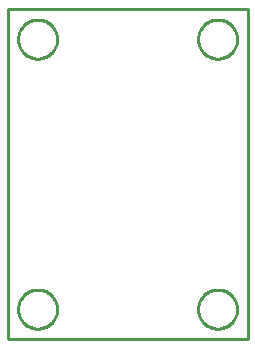
<source format=gbr>
G04 EAGLE Gerber RS-274X export*
G75*
%MOMM*%
%FSLAX34Y34*%
%LPD*%
%IN*%
%IPPOS*%
%AMOC8*
5,1,8,0,0,1.08239X$1,22.5*%
G01*
%ADD10C,0.254000*%


D10*
X0Y0D02*
X203200Y0D01*
X203200Y279400D01*
X0Y279400D01*
X0Y0D01*
X41910Y24860D02*
X41839Y23781D01*
X41698Y22709D01*
X41487Y21649D01*
X41208Y20605D01*
X40860Y19581D01*
X40446Y18583D01*
X39968Y17613D01*
X39428Y16677D01*
X38827Y15778D01*
X38169Y14921D01*
X37457Y14108D01*
X36692Y13344D01*
X35879Y12631D01*
X35022Y11973D01*
X34123Y11372D01*
X33187Y10832D01*
X32217Y10354D01*
X31219Y9940D01*
X30195Y9592D01*
X29151Y9313D01*
X28091Y9102D01*
X27019Y8961D01*
X25940Y8890D01*
X24860Y8890D01*
X23781Y8961D01*
X22709Y9102D01*
X21649Y9313D01*
X20605Y9592D01*
X19581Y9940D01*
X18583Y10354D01*
X17613Y10832D01*
X16677Y11372D01*
X15778Y11973D01*
X14921Y12631D01*
X14108Y13344D01*
X13344Y14108D01*
X12631Y14921D01*
X11973Y15778D01*
X11372Y16677D01*
X10832Y17613D01*
X10354Y18583D01*
X9940Y19581D01*
X9592Y20605D01*
X9313Y21649D01*
X9102Y22709D01*
X8961Y23781D01*
X8890Y24860D01*
X8890Y25940D01*
X8961Y27019D01*
X9102Y28091D01*
X9313Y29151D01*
X9592Y30195D01*
X9940Y31219D01*
X10354Y32217D01*
X10832Y33187D01*
X11372Y34123D01*
X11973Y35022D01*
X12631Y35879D01*
X13344Y36692D01*
X14108Y37457D01*
X14921Y38169D01*
X15778Y38827D01*
X16677Y39428D01*
X17613Y39968D01*
X18583Y40446D01*
X19581Y40860D01*
X20605Y41208D01*
X21649Y41487D01*
X22709Y41698D01*
X23781Y41839D01*
X24860Y41910D01*
X25940Y41910D01*
X27019Y41839D01*
X28091Y41698D01*
X29151Y41487D01*
X30195Y41208D01*
X31219Y40860D01*
X32217Y40446D01*
X33187Y39968D01*
X34123Y39428D01*
X35022Y38827D01*
X35879Y38169D01*
X36692Y37457D01*
X37457Y36692D01*
X38169Y35879D01*
X38827Y35022D01*
X39428Y34123D01*
X39968Y33187D01*
X40446Y32217D01*
X40860Y31219D01*
X41208Y30195D01*
X41487Y29151D01*
X41698Y28091D01*
X41839Y27019D01*
X41910Y25940D01*
X41910Y24860D01*
X41910Y253460D02*
X41839Y252381D01*
X41698Y251309D01*
X41487Y250249D01*
X41208Y249205D01*
X40860Y248181D01*
X40446Y247183D01*
X39968Y246213D01*
X39428Y245277D01*
X38827Y244378D01*
X38169Y243521D01*
X37457Y242708D01*
X36692Y241944D01*
X35879Y241231D01*
X35022Y240573D01*
X34123Y239972D01*
X33187Y239432D01*
X32217Y238954D01*
X31219Y238540D01*
X30195Y238192D01*
X29151Y237913D01*
X28091Y237702D01*
X27019Y237561D01*
X25940Y237490D01*
X24860Y237490D01*
X23781Y237561D01*
X22709Y237702D01*
X21649Y237913D01*
X20605Y238192D01*
X19581Y238540D01*
X18583Y238954D01*
X17613Y239432D01*
X16677Y239972D01*
X15778Y240573D01*
X14921Y241231D01*
X14108Y241944D01*
X13344Y242708D01*
X12631Y243521D01*
X11973Y244378D01*
X11372Y245277D01*
X10832Y246213D01*
X10354Y247183D01*
X9940Y248181D01*
X9592Y249205D01*
X9313Y250249D01*
X9102Y251309D01*
X8961Y252381D01*
X8890Y253460D01*
X8890Y254540D01*
X8961Y255619D01*
X9102Y256691D01*
X9313Y257751D01*
X9592Y258795D01*
X9940Y259819D01*
X10354Y260817D01*
X10832Y261787D01*
X11372Y262723D01*
X11973Y263622D01*
X12631Y264479D01*
X13344Y265292D01*
X14108Y266057D01*
X14921Y266769D01*
X15778Y267427D01*
X16677Y268028D01*
X17613Y268568D01*
X18583Y269046D01*
X19581Y269460D01*
X20605Y269808D01*
X21649Y270087D01*
X22709Y270298D01*
X23781Y270439D01*
X24860Y270510D01*
X25940Y270510D01*
X27019Y270439D01*
X28091Y270298D01*
X29151Y270087D01*
X30195Y269808D01*
X31219Y269460D01*
X32217Y269046D01*
X33187Y268568D01*
X34123Y268028D01*
X35022Y267427D01*
X35879Y266769D01*
X36692Y266057D01*
X37457Y265292D01*
X38169Y264479D01*
X38827Y263622D01*
X39428Y262723D01*
X39968Y261787D01*
X40446Y260817D01*
X40860Y259819D01*
X41208Y258795D01*
X41487Y257751D01*
X41698Y256691D01*
X41839Y255619D01*
X41910Y254540D01*
X41910Y253460D01*
X194310Y24860D02*
X194239Y23781D01*
X194098Y22709D01*
X193887Y21649D01*
X193608Y20605D01*
X193260Y19581D01*
X192846Y18583D01*
X192368Y17613D01*
X191828Y16677D01*
X191227Y15778D01*
X190569Y14921D01*
X189857Y14108D01*
X189092Y13344D01*
X188279Y12631D01*
X187422Y11973D01*
X186523Y11372D01*
X185587Y10832D01*
X184617Y10354D01*
X183619Y9940D01*
X182595Y9592D01*
X181551Y9313D01*
X180491Y9102D01*
X179419Y8961D01*
X178340Y8890D01*
X177260Y8890D01*
X176181Y8961D01*
X175109Y9102D01*
X174049Y9313D01*
X173005Y9592D01*
X171981Y9940D01*
X170983Y10354D01*
X170013Y10832D01*
X169077Y11372D01*
X168178Y11973D01*
X167321Y12631D01*
X166508Y13344D01*
X165744Y14108D01*
X165031Y14921D01*
X164373Y15778D01*
X163772Y16677D01*
X163232Y17613D01*
X162754Y18583D01*
X162340Y19581D01*
X161992Y20605D01*
X161713Y21649D01*
X161502Y22709D01*
X161361Y23781D01*
X161290Y24860D01*
X161290Y25940D01*
X161361Y27019D01*
X161502Y28091D01*
X161713Y29151D01*
X161992Y30195D01*
X162340Y31219D01*
X162754Y32217D01*
X163232Y33187D01*
X163772Y34123D01*
X164373Y35022D01*
X165031Y35879D01*
X165744Y36692D01*
X166508Y37457D01*
X167321Y38169D01*
X168178Y38827D01*
X169077Y39428D01*
X170013Y39968D01*
X170983Y40446D01*
X171981Y40860D01*
X173005Y41208D01*
X174049Y41487D01*
X175109Y41698D01*
X176181Y41839D01*
X177260Y41910D01*
X178340Y41910D01*
X179419Y41839D01*
X180491Y41698D01*
X181551Y41487D01*
X182595Y41208D01*
X183619Y40860D01*
X184617Y40446D01*
X185587Y39968D01*
X186523Y39428D01*
X187422Y38827D01*
X188279Y38169D01*
X189092Y37457D01*
X189857Y36692D01*
X190569Y35879D01*
X191227Y35022D01*
X191828Y34123D01*
X192368Y33187D01*
X192846Y32217D01*
X193260Y31219D01*
X193608Y30195D01*
X193887Y29151D01*
X194098Y28091D01*
X194239Y27019D01*
X194310Y25940D01*
X194310Y24860D01*
X194310Y253460D02*
X194239Y252381D01*
X194098Y251309D01*
X193887Y250249D01*
X193608Y249205D01*
X193260Y248181D01*
X192846Y247183D01*
X192368Y246213D01*
X191828Y245277D01*
X191227Y244378D01*
X190569Y243521D01*
X189857Y242708D01*
X189092Y241944D01*
X188279Y241231D01*
X187422Y240573D01*
X186523Y239972D01*
X185587Y239432D01*
X184617Y238954D01*
X183619Y238540D01*
X182595Y238192D01*
X181551Y237913D01*
X180491Y237702D01*
X179419Y237561D01*
X178340Y237490D01*
X177260Y237490D01*
X176181Y237561D01*
X175109Y237702D01*
X174049Y237913D01*
X173005Y238192D01*
X171981Y238540D01*
X170983Y238954D01*
X170013Y239432D01*
X169077Y239972D01*
X168178Y240573D01*
X167321Y241231D01*
X166508Y241944D01*
X165744Y242708D01*
X165031Y243521D01*
X164373Y244378D01*
X163772Y245277D01*
X163232Y246213D01*
X162754Y247183D01*
X162340Y248181D01*
X161992Y249205D01*
X161713Y250249D01*
X161502Y251309D01*
X161361Y252381D01*
X161290Y253460D01*
X161290Y254540D01*
X161361Y255619D01*
X161502Y256691D01*
X161713Y257751D01*
X161992Y258795D01*
X162340Y259819D01*
X162754Y260817D01*
X163232Y261787D01*
X163772Y262723D01*
X164373Y263622D01*
X165031Y264479D01*
X165744Y265292D01*
X166508Y266057D01*
X167321Y266769D01*
X168178Y267427D01*
X169077Y268028D01*
X170013Y268568D01*
X170983Y269046D01*
X171981Y269460D01*
X173005Y269808D01*
X174049Y270087D01*
X175109Y270298D01*
X176181Y270439D01*
X177260Y270510D01*
X178340Y270510D01*
X179419Y270439D01*
X180491Y270298D01*
X181551Y270087D01*
X182595Y269808D01*
X183619Y269460D01*
X184617Y269046D01*
X185587Y268568D01*
X186523Y268028D01*
X187422Y267427D01*
X188279Y266769D01*
X189092Y266057D01*
X189857Y265292D01*
X190569Y264479D01*
X191227Y263622D01*
X191828Y262723D01*
X192368Y261787D01*
X192846Y260817D01*
X193260Y259819D01*
X193608Y258795D01*
X193887Y257751D01*
X194098Y256691D01*
X194239Y255619D01*
X194310Y254540D01*
X194310Y253460D01*
M02*

</source>
